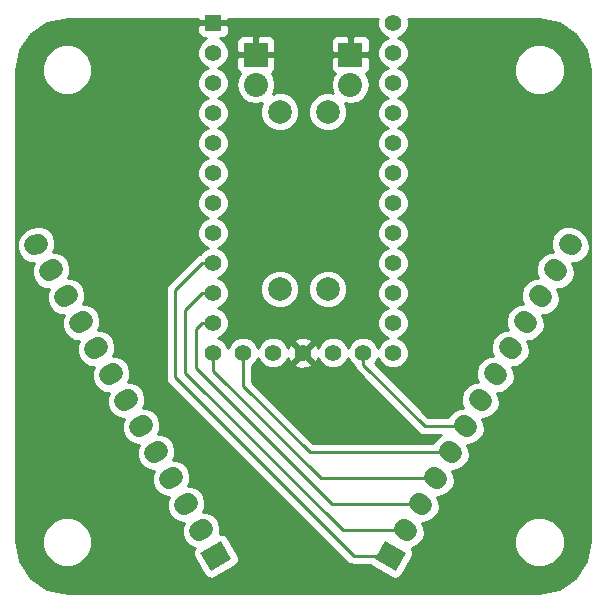
<source format=gbl>
G04 #@! TF.FileFunction,Copper,L2,Bot,Signal*
%FSLAX46Y46*%
G04 Gerber Fmt 4.6, Leading zero omitted, Abs format (unit mm)*
G04 Created by KiCad (PCBNEW 0.201412201901+5330~19~ubuntu14.04.1-product) date Mon 29 Dec 2014 15:13:16 GMT*
%MOMM*%
G01*
G04 APERTURE LIST*
%ADD10C,0.100000*%
%ADD11R,2.032000X2.032000*%
%ADD12O,2.032000X2.032000*%
%ADD13C,1.727200*%
%ADD14C,1.998980*%
%ADD15R,1.397000X1.397000*%
%ADD16C,1.397000*%
%ADD17C,0.254000*%
G04 APERTURE END LIST*
D10*
D11*
X134000000Y-23730000D03*
D12*
X134000000Y-26270000D03*
D10*
G36*
X123931682Y-66438127D02*
X122171918Y-67454127D01*
X121308318Y-65958327D01*
X123068082Y-64942327D01*
X123931682Y-66438127D01*
X123931682Y-66438127D01*
G37*
D13*
X121218018Y-64074723D02*
X121481982Y-63922323D01*
X119948018Y-61875018D02*
X120211982Y-61722618D01*
X118678018Y-59675314D02*
X118941982Y-59522914D01*
X117408018Y-57475609D02*
X117671982Y-57323209D01*
X116138018Y-55275905D02*
X116401982Y-55123505D01*
X114868018Y-53076200D02*
X115131982Y-52923800D01*
X113598018Y-50876495D02*
X113861982Y-50724095D01*
X112328018Y-48676791D02*
X112591982Y-48524391D01*
X111058018Y-46477086D02*
X111321982Y-46324686D01*
X109788018Y-44277382D02*
X110051982Y-44124982D01*
X108518018Y-42077677D02*
X108781982Y-41925277D01*
X107248018Y-39877973D02*
X107511982Y-39725573D01*
D10*
G36*
X137828082Y-67454127D02*
X136068318Y-66438127D01*
X136931918Y-64942327D01*
X138691682Y-65958327D01*
X137828082Y-67454127D01*
X137828082Y-67454127D01*
G37*
D13*
X138518018Y-63922323D02*
X138781982Y-64074723D01*
X139788018Y-61722618D02*
X140051982Y-61875018D01*
X141058018Y-59522914D02*
X141321982Y-59675314D01*
X142328018Y-57323209D02*
X142591982Y-57475609D01*
X143598018Y-55123505D02*
X143861982Y-55275905D01*
X144868018Y-52923800D02*
X145131982Y-53076200D01*
X146138018Y-50724095D02*
X146401982Y-50876495D01*
X147408018Y-48524391D02*
X147671982Y-48676791D01*
X148678018Y-46324686D02*
X148941982Y-46477086D01*
X149948018Y-44124982D02*
X150211982Y-44277382D01*
X151218018Y-41925277D02*
X151481982Y-42077677D01*
X152488018Y-39725573D02*
X152751982Y-39877973D01*
D11*
X126000000Y-23730000D03*
D12*
X126000000Y-26270000D03*
D14*
X132080000Y-28568000D03*
X132080000Y-43568000D03*
X128016000Y-28568000D03*
X128016000Y-43568000D03*
D15*
X122380000Y-21030000D03*
D16*
X122380000Y-23570000D03*
X122380000Y-26110000D03*
X122380000Y-28650000D03*
X122380000Y-31190000D03*
X122380000Y-33730000D03*
X122380000Y-36270000D03*
X122380000Y-38810000D03*
X122380000Y-41350000D03*
X122380000Y-43890000D03*
X122380000Y-46430000D03*
X122380000Y-48970000D03*
X137620000Y-48970000D03*
X137620000Y-46430000D03*
X137620000Y-43890000D03*
X137620000Y-41350000D03*
X137620000Y-38810000D03*
X137620000Y-36270000D03*
X137620000Y-33730000D03*
X137620000Y-31190000D03*
X137620000Y-28650000D03*
X137620000Y-26110000D03*
X137620000Y-23570000D03*
X137620000Y-21030000D03*
X135080000Y-48970000D03*
X132540000Y-48970000D03*
X130000000Y-48970000D03*
X127460000Y-48970000D03*
X124920000Y-48970000D03*
D17*
X121464000Y-41350000D02*
X119126000Y-43688000D01*
X119126000Y-43688000D02*
X119126000Y-51054000D01*
X119126000Y-51054000D02*
X134270227Y-66198227D01*
X134270227Y-66198227D02*
X137380000Y-66198227D01*
X122380000Y-41350000D02*
X121464000Y-41350000D01*
X120015000Y-45339000D02*
X120015000Y-50673000D01*
X120015000Y-50673000D02*
X133340523Y-63998523D01*
X133340523Y-63998523D02*
X138650000Y-63998523D01*
X121464000Y-43890000D02*
X120015000Y-45339000D01*
X122380000Y-43890000D02*
X121464000Y-43890000D01*
X121464000Y-46430000D02*
X120904000Y-46990000D01*
X120904000Y-46990000D02*
X120904000Y-50292000D01*
X120904000Y-50292000D02*
X132410818Y-61798818D01*
X132410818Y-61798818D02*
X139920000Y-61798818D01*
X122380000Y-46430000D02*
X121464000Y-46430000D01*
X122380000Y-50498000D02*
X131481114Y-59599114D01*
X131481114Y-59599114D02*
X141190000Y-59599114D01*
X122380000Y-48970000D02*
X122380000Y-50498000D01*
X124920000Y-51768000D02*
X130551409Y-57399409D01*
X130551409Y-57399409D02*
X142460000Y-57399409D01*
X124920000Y-48970000D02*
X124920000Y-51768000D01*
X135080000Y-49990000D02*
X140289705Y-55199705D01*
X140289705Y-55199705D02*
X143730000Y-55199705D01*
X135080000Y-48970000D02*
X135080000Y-49990000D01*
G36*
X154315000Y-64932532D02*
X153974141Y-66646144D01*
X153041675Y-68041677D01*
X152135240Y-68647337D01*
X152135240Y-64577211D01*
X151810910Y-63792273D01*
X151210886Y-63191200D01*
X150426515Y-62865501D01*
X149577211Y-62864760D01*
X148792273Y-63189090D01*
X148191200Y-63789114D01*
X147865501Y-64573485D01*
X147864760Y-65422789D01*
X148189090Y-66207727D01*
X148789114Y-66808800D01*
X149573485Y-67134499D01*
X150422789Y-67135240D01*
X151207727Y-66810910D01*
X151808800Y-66210886D01*
X152134499Y-65426515D01*
X152135240Y-64577211D01*
X152135240Y-68647337D01*
X151646142Y-68974142D01*
X149932532Y-69315000D01*
X124573845Y-69315000D01*
X124573845Y-66355634D01*
X124492382Y-66114407D01*
X123628782Y-64618607D01*
X123467036Y-64432411D01*
X123239573Y-64318012D01*
X122985589Y-64300164D01*
X122948287Y-64312760D01*
X122957529Y-64294021D01*
X122995774Y-63710548D01*
X122807822Y-63156854D01*
X122422288Y-62717234D01*
X121897864Y-62458616D01*
X121520086Y-62433853D01*
X121687529Y-62094316D01*
X121725774Y-61510843D01*
X121537822Y-60957149D01*
X121152288Y-60517529D01*
X120627864Y-60258911D01*
X120250087Y-60234148D01*
X120417529Y-59894612D01*
X120455774Y-59311139D01*
X120267822Y-58757445D01*
X119882288Y-58317825D01*
X119357864Y-58059207D01*
X118980086Y-58034444D01*
X119147529Y-57694907D01*
X119185774Y-57111434D01*
X118997822Y-56557740D01*
X118612288Y-56118120D01*
X118087864Y-55859502D01*
X117710087Y-55834739D01*
X117877529Y-55495203D01*
X117915774Y-54911730D01*
X117727822Y-54358036D01*
X117342288Y-53918416D01*
X116817864Y-53659798D01*
X116440086Y-53635035D01*
X116607529Y-53295498D01*
X116645774Y-52712025D01*
X116457822Y-52158331D01*
X116072288Y-51718711D01*
X115547864Y-51460093D01*
X115170086Y-51435330D01*
X115337529Y-51095793D01*
X115375774Y-50512320D01*
X115187822Y-49958626D01*
X114802288Y-49519006D01*
X114277864Y-49260388D01*
X113900087Y-49235625D01*
X114067529Y-48896089D01*
X114105774Y-48312616D01*
X113917822Y-47758922D01*
X113532288Y-47319302D01*
X113007864Y-47060684D01*
X112630086Y-47035921D01*
X112797529Y-46696384D01*
X112835774Y-46112911D01*
X112647822Y-45559217D01*
X112262288Y-45119597D01*
X112135240Y-45056943D01*
X112135240Y-24577211D01*
X111810910Y-23792273D01*
X111210886Y-23191200D01*
X110426515Y-22865501D01*
X109577211Y-22864760D01*
X108792273Y-23189090D01*
X108191200Y-23789114D01*
X107865501Y-24573485D01*
X107864760Y-25422789D01*
X108189090Y-26207727D01*
X108789114Y-26808800D01*
X109573485Y-27134499D01*
X110422789Y-27135240D01*
X111207727Y-26810910D01*
X111808800Y-26210886D01*
X112134499Y-25426515D01*
X112135240Y-24577211D01*
X112135240Y-45056943D01*
X111737864Y-44860979D01*
X111360087Y-44836216D01*
X111527529Y-44496680D01*
X111565774Y-43913207D01*
X111377822Y-43359513D01*
X110992288Y-42919893D01*
X110467864Y-42661275D01*
X110090086Y-42636512D01*
X110257529Y-42296975D01*
X110295774Y-41713502D01*
X110107822Y-41159808D01*
X109722288Y-40720188D01*
X109197864Y-40461570D01*
X108820087Y-40436807D01*
X108987529Y-40097271D01*
X109025774Y-39513798D01*
X108837822Y-38960104D01*
X108452288Y-38520484D01*
X107927864Y-38261866D01*
X107344391Y-38223621D01*
X106790698Y-38411573D01*
X106470710Y-38596317D01*
X106031089Y-38981852D01*
X105772471Y-39506275D01*
X105734226Y-40089748D01*
X105922178Y-40643441D01*
X106307713Y-41083062D01*
X106832136Y-41341680D01*
X107209912Y-41366442D01*
X107042471Y-41705979D01*
X107004226Y-42289452D01*
X107192178Y-42843145D01*
X107577713Y-43282766D01*
X108102136Y-43541384D01*
X108479913Y-43566146D01*
X108312471Y-43905684D01*
X108274226Y-44489157D01*
X108462178Y-45042850D01*
X108847713Y-45482471D01*
X109372136Y-45741089D01*
X109749912Y-45765851D01*
X109582471Y-46105388D01*
X109544226Y-46688861D01*
X109732178Y-47242554D01*
X110117713Y-47682175D01*
X110642136Y-47940793D01*
X111019913Y-47965555D01*
X110852471Y-48305093D01*
X110814226Y-48888566D01*
X111002178Y-49442259D01*
X111387713Y-49881880D01*
X111912136Y-50140498D01*
X112289912Y-50165260D01*
X112122471Y-50504797D01*
X112084226Y-51088270D01*
X112272178Y-51641963D01*
X112657713Y-52081584D01*
X113182136Y-52340202D01*
X113559913Y-52364964D01*
X113392471Y-52704502D01*
X113354226Y-53287975D01*
X113542178Y-53841668D01*
X113927713Y-54281289D01*
X114452136Y-54539907D01*
X114829913Y-54564669D01*
X114662471Y-54904207D01*
X114624226Y-55487680D01*
X114812178Y-56041373D01*
X115197713Y-56480994D01*
X115722136Y-56739612D01*
X116099912Y-56764374D01*
X115932471Y-57103911D01*
X115894226Y-57687384D01*
X116082178Y-58241077D01*
X116467713Y-58680698D01*
X116992136Y-58939316D01*
X117369913Y-58964078D01*
X117202471Y-59303616D01*
X117164226Y-59887089D01*
X117352178Y-60440782D01*
X117737713Y-60880403D01*
X118262136Y-61139021D01*
X118639912Y-61163783D01*
X118472471Y-61503320D01*
X118434226Y-62086793D01*
X118622178Y-62640486D01*
X119007713Y-63080107D01*
X119532136Y-63338725D01*
X119909913Y-63363487D01*
X119742471Y-63703025D01*
X119704226Y-64286498D01*
X119892178Y-64840191D01*
X120277713Y-65279812D01*
X120802136Y-65538430D01*
X120821081Y-65539671D01*
X120798402Y-65559373D01*
X120684003Y-65786836D01*
X120666155Y-66040820D01*
X120747618Y-66282047D01*
X121611218Y-67777847D01*
X121772964Y-67964043D01*
X122000427Y-68078442D01*
X122254411Y-68096290D01*
X122495638Y-68014827D01*
X124255402Y-66998827D01*
X124441598Y-66837081D01*
X124555997Y-66609618D01*
X124573845Y-66355634D01*
X124573845Y-69315000D01*
X112135240Y-69315000D01*
X112135240Y-64577211D01*
X111810910Y-63792273D01*
X111210886Y-63191200D01*
X110426515Y-62865501D01*
X109577211Y-62864760D01*
X108792273Y-63189090D01*
X108191200Y-63789114D01*
X107865501Y-64573485D01*
X107864760Y-65422789D01*
X108189090Y-66207727D01*
X108789114Y-66808800D01*
X109573485Y-67134499D01*
X110422789Y-67135240D01*
X111207727Y-66810910D01*
X111808800Y-66210886D01*
X112134499Y-65426515D01*
X112135240Y-64577211D01*
X112135240Y-69315000D01*
X110067467Y-69315000D01*
X108353855Y-68974141D01*
X106958322Y-68041675D01*
X106025857Y-66646142D01*
X105685000Y-64932532D01*
X105685000Y-25067467D01*
X106025857Y-23353857D01*
X106958322Y-21958324D01*
X108353855Y-21025858D01*
X110067467Y-20685000D01*
X121046500Y-20685000D01*
X121046500Y-20744250D01*
X121205250Y-20903000D01*
X122253000Y-20903000D01*
X122253000Y-20883000D01*
X122507000Y-20883000D01*
X122507000Y-20903000D01*
X123554750Y-20903000D01*
X123713500Y-20744250D01*
X123713500Y-20685000D01*
X136319364Y-20685000D01*
X136286732Y-20763587D01*
X136286269Y-21294086D01*
X136488854Y-21784380D01*
X136863647Y-22159827D01*
X137201446Y-22300093D01*
X136865620Y-22438854D01*
X136490173Y-22813647D01*
X136286732Y-23303587D01*
X136286269Y-23834086D01*
X136488854Y-24324380D01*
X136863647Y-24699827D01*
X137201446Y-24840093D01*
X136865620Y-24978854D01*
X136490173Y-25353647D01*
X136286732Y-25843587D01*
X136286269Y-26374086D01*
X136488854Y-26864380D01*
X136863647Y-27239827D01*
X137201446Y-27380093D01*
X136865620Y-27518854D01*
X136490173Y-27893647D01*
X136286732Y-28383587D01*
X136286269Y-28914086D01*
X136488854Y-29404380D01*
X136863647Y-29779827D01*
X137201446Y-29920093D01*
X136865620Y-30058854D01*
X136490173Y-30433647D01*
X136286732Y-30923587D01*
X136286269Y-31454086D01*
X136488854Y-31944380D01*
X136863647Y-32319827D01*
X137201446Y-32460093D01*
X136865620Y-32598854D01*
X136490173Y-32973647D01*
X136286732Y-33463587D01*
X136286269Y-33994086D01*
X136488854Y-34484380D01*
X136863647Y-34859827D01*
X137201446Y-35000093D01*
X136865620Y-35138854D01*
X136490173Y-35513647D01*
X136286732Y-36003587D01*
X136286269Y-36534086D01*
X136488854Y-37024380D01*
X136863647Y-37399827D01*
X137201446Y-37540093D01*
X136865620Y-37678854D01*
X136490173Y-38053647D01*
X136286732Y-38543587D01*
X136286269Y-39074086D01*
X136488854Y-39564380D01*
X136863647Y-39939827D01*
X137201446Y-40080093D01*
X136865620Y-40218854D01*
X136490173Y-40593647D01*
X136286732Y-41083587D01*
X136286269Y-41614086D01*
X136488854Y-42104380D01*
X136863647Y-42479827D01*
X137201446Y-42620093D01*
X136865620Y-42758854D01*
X136490173Y-43133647D01*
X136286732Y-43623587D01*
X136286269Y-44154086D01*
X136488854Y-44644380D01*
X136863647Y-45019827D01*
X137201446Y-45160093D01*
X136865620Y-45298854D01*
X136490173Y-45673647D01*
X136286732Y-46163587D01*
X136286269Y-46694086D01*
X136488854Y-47184380D01*
X136863647Y-47559827D01*
X137201446Y-47700093D01*
X136865620Y-47838854D01*
X136490173Y-48213647D01*
X136349906Y-48551446D01*
X136211146Y-48215620D01*
X135836353Y-47840173D01*
X135651000Y-47763207D01*
X135651000Y-26302345D01*
X135651000Y-26237655D01*
X135525325Y-25605845D01*
X135324628Y-25305481D01*
X135375699Y-25284327D01*
X135554327Y-25105698D01*
X135651000Y-24872309D01*
X135651000Y-24015750D01*
X135651000Y-23444250D01*
X135651000Y-22587691D01*
X135554327Y-22354302D01*
X135375699Y-22175673D01*
X135142310Y-22079000D01*
X134889691Y-22079000D01*
X134285750Y-22079000D01*
X134127000Y-22237750D01*
X134127000Y-23603000D01*
X135492250Y-23603000D01*
X135651000Y-23444250D01*
X135651000Y-24015750D01*
X135492250Y-23857000D01*
X134127000Y-23857000D01*
X134127000Y-23877000D01*
X133873000Y-23877000D01*
X133873000Y-23857000D01*
X133873000Y-23603000D01*
X133873000Y-22237750D01*
X133714250Y-22079000D01*
X133110309Y-22079000D01*
X132857690Y-22079000D01*
X132624301Y-22175673D01*
X132445673Y-22354302D01*
X132349000Y-22587691D01*
X132349000Y-23444250D01*
X132507750Y-23603000D01*
X133873000Y-23603000D01*
X133873000Y-23857000D01*
X132507750Y-23857000D01*
X132349000Y-24015750D01*
X132349000Y-24872309D01*
X132445673Y-25105698D01*
X132624301Y-25284327D01*
X132675371Y-25305481D01*
X132474675Y-25605845D01*
X132349000Y-26237655D01*
X132349000Y-26302345D01*
X132474675Y-26934155D01*
X132500501Y-26972807D01*
X132406547Y-26933794D01*
X131756306Y-26933226D01*
X131155345Y-27181538D01*
X130695154Y-27640927D01*
X130445794Y-28241453D01*
X130445226Y-28891694D01*
X130693538Y-29492655D01*
X131152927Y-29952846D01*
X131753453Y-30202206D01*
X132403694Y-30202774D01*
X133004655Y-29954462D01*
X133464846Y-29495073D01*
X133714206Y-28894547D01*
X133714774Y-28244306D01*
X133558243Y-27865474D01*
X134000000Y-27953345D01*
X134631810Y-27827670D01*
X135167433Y-27469778D01*
X135525325Y-26934155D01*
X135651000Y-26302345D01*
X135651000Y-47763207D01*
X135346413Y-47636732D01*
X134815914Y-47636269D01*
X134325620Y-47838854D01*
X133950173Y-48213647D01*
X133809906Y-48551446D01*
X133714774Y-48321208D01*
X133714774Y-43244306D01*
X133466462Y-42643345D01*
X133007073Y-42183154D01*
X132406547Y-41933794D01*
X131756306Y-41933226D01*
X131155345Y-42181538D01*
X130695154Y-42640927D01*
X130445794Y-43241453D01*
X130445226Y-43891694D01*
X130693538Y-44492655D01*
X131152927Y-44952846D01*
X131753453Y-45202206D01*
X132403694Y-45202774D01*
X133004655Y-44954462D01*
X133464846Y-44495073D01*
X133714206Y-43894547D01*
X133714774Y-43244306D01*
X133714774Y-48321208D01*
X133671146Y-48215620D01*
X133296353Y-47840173D01*
X132806413Y-47636732D01*
X132275914Y-47636269D01*
X131785620Y-47838854D01*
X131410173Y-48213647D01*
X131276686Y-48535118D01*
X131169800Y-48277071D01*
X130934188Y-48215417D01*
X130754583Y-48395022D01*
X130754583Y-48035812D01*
X130692929Y-47800200D01*
X130192520Y-47624073D01*
X129662801Y-47652852D01*
X129650774Y-47657833D01*
X129650774Y-43244306D01*
X129650774Y-28244306D01*
X129402462Y-27643345D01*
X128943073Y-27183154D01*
X128342547Y-26933794D01*
X127692306Y-26933226D01*
X127462499Y-27028180D01*
X127525325Y-26934155D01*
X127651000Y-26302345D01*
X127651000Y-26237655D01*
X127525325Y-25605845D01*
X127324628Y-25305481D01*
X127375699Y-25284327D01*
X127554327Y-25105698D01*
X127651000Y-24872309D01*
X127651000Y-24015750D01*
X127651000Y-23444250D01*
X127651000Y-22587691D01*
X127554327Y-22354302D01*
X127375699Y-22175673D01*
X127142310Y-22079000D01*
X126889691Y-22079000D01*
X126285750Y-22079000D01*
X126127000Y-22237750D01*
X126127000Y-23603000D01*
X127492250Y-23603000D01*
X127651000Y-23444250D01*
X127651000Y-24015750D01*
X127492250Y-23857000D01*
X126127000Y-23857000D01*
X126127000Y-23877000D01*
X125873000Y-23877000D01*
X125873000Y-23857000D01*
X125873000Y-23603000D01*
X125873000Y-22237750D01*
X125714250Y-22079000D01*
X125110309Y-22079000D01*
X124857690Y-22079000D01*
X124624301Y-22175673D01*
X124445673Y-22354302D01*
X124349000Y-22587691D01*
X124349000Y-23444250D01*
X124507750Y-23603000D01*
X125873000Y-23603000D01*
X125873000Y-23857000D01*
X124507750Y-23857000D01*
X124349000Y-24015750D01*
X124349000Y-24872309D01*
X124445673Y-25105698D01*
X124624301Y-25284327D01*
X124675371Y-25305481D01*
X124474675Y-25605845D01*
X124349000Y-26237655D01*
X124349000Y-26302345D01*
X124474675Y-26934155D01*
X124832567Y-27469778D01*
X125368190Y-27827670D01*
X126000000Y-27953345D01*
X126546571Y-27844625D01*
X126381794Y-28241453D01*
X126381226Y-28891694D01*
X126629538Y-29492655D01*
X127088927Y-29952846D01*
X127689453Y-30202206D01*
X128339694Y-30202774D01*
X128940655Y-29954462D01*
X129400846Y-29495073D01*
X129650206Y-28894547D01*
X129650774Y-28244306D01*
X129650774Y-43244306D01*
X129402462Y-42643345D01*
X128943073Y-42183154D01*
X128342547Y-41933794D01*
X127692306Y-41933226D01*
X127091345Y-42181538D01*
X126631154Y-42640927D01*
X126381794Y-43241453D01*
X126381226Y-43891694D01*
X126629538Y-44492655D01*
X127088927Y-44952846D01*
X127689453Y-45202206D01*
X128339694Y-45202774D01*
X128940655Y-44954462D01*
X129400846Y-44495073D01*
X129650206Y-43894547D01*
X129650774Y-43244306D01*
X129650774Y-47657833D01*
X129307071Y-47800200D01*
X129245417Y-48035812D01*
X130000000Y-48790395D01*
X130754583Y-48035812D01*
X130754583Y-48395022D01*
X130179605Y-48970000D01*
X130934188Y-49724583D01*
X131169800Y-49662929D01*
X131268083Y-49383688D01*
X131408854Y-49724380D01*
X131783647Y-50099827D01*
X132273587Y-50303268D01*
X132804086Y-50303731D01*
X133294380Y-50101146D01*
X133669827Y-49726353D01*
X133810093Y-49388553D01*
X133948854Y-49724380D01*
X134323647Y-50099827D01*
X134341304Y-50107159D01*
X134376004Y-50281605D01*
X134541185Y-50528815D01*
X139750889Y-55738520D01*
X139750890Y-55738520D01*
X139998100Y-55903701D01*
X140289705Y-55961705D01*
X141704888Y-55961705D01*
X141387718Y-56118115D01*
X141002182Y-56557733D01*
X140975135Y-56637409D01*
X130867039Y-56637409D01*
X130754583Y-56524953D01*
X130754583Y-49904188D01*
X130000000Y-49149605D01*
X129245417Y-49904188D01*
X129307071Y-50139800D01*
X129807480Y-50315927D01*
X130337199Y-50287148D01*
X130692929Y-50139800D01*
X130754583Y-49904188D01*
X130754583Y-56524953D01*
X125682000Y-51452370D01*
X125682000Y-50093539D01*
X126049827Y-49726353D01*
X126190093Y-49388553D01*
X126328854Y-49724380D01*
X126703647Y-50099827D01*
X127193587Y-50303268D01*
X127724086Y-50303731D01*
X128214380Y-50101146D01*
X128589827Y-49726353D01*
X128723313Y-49404881D01*
X128830200Y-49662929D01*
X129065812Y-49724583D01*
X129820395Y-48970000D01*
X129065812Y-48215417D01*
X128830200Y-48277071D01*
X128731916Y-48556311D01*
X128591146Y-48215620D01*
X128216353Y-47840173D01*
X127726413Y-47636732D01*
X127195914Y-47636269D01*
X126705620Y-47838854D01*
X126330173Y-48213647D01*
X126189906Y-48551446D01*
X126051146Y-48215620D01*
X125676353Y-47840173D01*
X125186413Y-47636732D01*
X124655914Y-47636269D01*
X124165620Y-47838854D01*
X123790173Y-48213647D01*
X123649906Y-48551446D01*
X123511146Y-48215620D01*
X123136353Y-47840173D01*
X122798553Y-47699906D01*
X123134380Y-47561146D01*
X123509827Y-47186353D01*
X123713268Y-46696413D01*
X123713731Y-46165914D01*
X123511146Y-45675620D01*
X123136353Y-45300173D01*
X122798553Y-45159906D01*
X123134380Y-45021146D01*
X123509827Y-44646353D01*
X123713268Y-44156413D01*
X123713731Y-43625914D01*
X123511146Y-43135620D01*
X123136353Y-42760173D01*
X122798553Y-42619906D01*
X123134380Y-42481146D01*
X123509827Y-42106353D01*
X123713268Y-41616413D01*
X123713731Y-41085914D01*
X123511146Y-40595620D01*
X123136353Y-40220173D01*
X122798553Y-40079906D01*
X123134380Y-39941146D01*
X123509827Y-39566353D01*
X123713268Y-39076413D01*
X123713731Y-38545914D01*
X123511146Y-38055620D01*
X123136353Y-37680173D01*
X122798553Y-37539906D01*
X123134380Y-37401146D01*
X123509827Y-37026353D01*
X123713268Y-36536413D01*
X123713731Y-36005914D01*
X123511146Y-35515620D01*
X123136353Y-35140173D01*
X122798553Y-34999906D01*
X123134380Y-34861146D01*
X123509827Y-34486353D01*
X123713268Y-33996413D01*
X123713731Y-33465914D01*
X123511146Y-32975620D01*
X123136353Y-32600173D01*
X122798553Y-32459906D01*
X123134380Y-32321146D01*
X123509827Y-31946353D01*
X123713268Y-31456413D01*
X123713731Y-30925914D01*
X123511146Y-30435620D01*
X123136353Y-30060173D01*
X122798553Y-29919906D01*
X123134380Y-29781146D01*
X123509827Y-29406353D01*
X123713268Y-28916413D01*
X123713731Y-28385914D01*
X123511146Y-27895620D01*
X123136353Y-27520173D01*
X122798553Y-27379906D01*
X123134380Y-27241146D01*
X123509827Y-26866353D01*
X123713268Y-26376413D01*
X123713731Y-25845914D01*
X123511146Y-25355620D01*
X123136353Y-24980173D01*
X122798553Y-24839906D01*
X123134380Y-24701146D01*
X123509827Y-24326353D01*
X123713268Y-23836413D01*
X123713731Y-23305914D01*
X123511146Y-22815620D01*
X123136353Y-22440173D01*
X122951704Y-22363500D01*
X123204809Y-22363500D01*
X123438198Y-22266827D01*
X123616827Y-22088199D01*
X123713500Y-21854810D01*
X123713500Y-21602191D01*
X123713500Y-21315750D01*
X123554750Y-21157000D01*
X122507000Y-21157000D01*
X122507000Y-21177000D01*
X122253000Y-21177000D01*
X122253000Y-21157000D01*
X121205250Y-21157000D01*
X121046500Y-21315750D01*
X121046500Y-21602191D01*
X121046500Y-21854810D01*
X121143173Y-22088199D01*
X121321802Y-22266827D01*
X121555191Y-22363500D01*
X121807990Y-22363500D01*
X121625620Y-22438854D01*
X121250173Y-22813647D01*
X121046732Y-23303587D01*
X121046269Y-23834086D01*
X121248854Y-24324380D01*
X121623647Y-24699827D01*
X121961446Y-24840093D01*
X121625620Y-24978854D01*
X121250173Y-25353647D01*
X121046732Y-25843587D01*
X121046269Y-26374086D01*
X121248854Y-26864380D01*
X121623647Y-27239827D01*
X121961446Y-27380093D01*
X121625620Y-27518854D01*
X121250173Y-27893647D01*
X121046732Y-28383587D01*
X121046269Y-28914086D01*
X121248854Y-29404380D01*
X121623647Y-29779827D01*
X121961446Y-29920093D01*
X121625620Y-30058854D01*
X121250173Y-30433647D01*
X121046732Y-30923587D01*
X121046269Y-31454086D01*
X121248854Y-31944380D01*
X121623647Y-32319827D01*
X121961446Y-32460093D01*
X121625620Y-32598854D01*
X121250173Y-32973647D01*
X121046732Y-33463587D01*
X121046269Y-33994086D01*
X121248854Y-34484380D01*
X121623647Y-34859827D01*
X121961446Y-35000093D01*
X121625620Y-35138854D01*
X121250173Y-35513647D01*
X121046732Y-36003587D01*
X121046269Y-36534086D01*
X121248854Y-37024380D01*
X121623647Y-37399827D01*
X121961446Y-37540093D01*
X121625620Y-37678854D01*
X121250173Y-38053647D01*
X121046732Y-38543587D01*
X121046269Y-39074086D01*
X121248854Y-39564380D01*
X121623647Y-39939827D01*
X121961446Y-40080093D01*
X121625620Y-40218854D01*
X121250173Y-40593647D01*
X121233477Y-40633853D01*
X121233477Y-40633854D01*
X121172395Y-40646004D01*
X120925184Y-40811185D01*
X118587185Y-43149185D01*
X118422004Y-43396395D01*
X118364000Y-43688000D01*
X118364000Y-51054000D01*
X118422004Y-51345605D01*
X118587185Y-51592815D01*
X133731411Y-66737042D01*
X133731412Y-66737042D01*
X133978622Y-66902223D01*
X134270227Y-66960227D01*
X135700722Y-66960227D01*
X135744598Y-66998827D01*
X137504362Y-68014827D01*
X137737536Y-68095205D01*
X137991724Y-68080546D01*
X138220605Y-67969010D01*
X138388782Y-67777847D01*
X139252382Y-66282047D01*
X139332760Y-66048873D01*
X139318101Y-65794685D01*
X139206565Y-65565804D01*
X139177006Y-65539799D01*
X139197858Y-65538433D01*
X139722282Y-65279817D01*
X140107818Y-64840199D01*
X140295773Y-64286506D01*
X140257531Y-63703033D01*
X140090087Y-63363487D01*
X140467858Y-63338728D01*
X140992282Y-63080112D01*
X141377818Y-62640494D01*
X141565773Y-62086801D01*
X141527531Y-61503328D01*
X141360087Y-61163783D01*
X141737858Y-61139024D01*
X142262282Y-60880408D01*
X142647818Y-60440790D01*
X142835773Y-59887097D01*
X142797531Y-59303624D01*
X142630087Y-58964078D01*
X143007858Y-58939319D01*
X143532282Y-58680703D01*
X143917818Y-58241085D01*
X144105773Y-57687392D01*
X144067531Y-57103919D01*
X143900087Y-56764374D01*
X144277858Y-56739615D01*
X144802282Y-56480999D01*
X145187818Y-56041381D01*
X145375773Y-55487688D01*
X145337531Y-54904215D01*
X145170087Y-54564669D01*
X145547858Y-54539910D01*
X146072282Y-54281294D01*
X146457818Y-53841676D01*
X146645773Y-53287983D01*
X146607531Y-52704510D01*
X146440087Y-52364964D01*
X146817858Y-52340205D01*
X147342282Y-52081589D01*
X147727818Y-51641971D01*
X147915773Y-51088278D01*
X147877531Y-50504805D01*
X147710087Y-50165260D01*
X148087858Y-50140501D01*
X148612282Y-49881885D01*
X148997818Y-49442267D01*
X149185773Y-48888574D01*
X149147531Y-48305101D01*
X148980087Y-47965555D01*
X149357858Y-47940796D01*
X149882282Y-47682180D01*
X150267818Y-47242562D01*
X150455773Y-46688869D01*
X150417531Y-46105396D01*
X150250087Y-45765851D01*
X150627858Y-45741092D01*
X151152282Y-45482476D01*
X151537818Y-45042858D01*
X151725773Y-44489165D01*
X151687531Y-43905692D01*
X151520087Y-43566146D01*
X151897858Y-43541387D01*
X152422282Y-43282771D01*
X152807818Y-42843153D01*
X152995773Y-42289460D01*
X152957531Y-41705987D01*
X152790087Y-41366442D01*
X153167858Y-41341683D01*
X153692282Y-41083067D01*
X154077818Y-40643449D01*
X154265773Y-40089756D01*
X154227531Y-39506283D01*
X153968915Y-38981858D01*
X153529297Y-38596322D01*
X153209309Y-38411576D01*
X152655616Y-38223621D01*
X152135240Y-38257727D01*
X152135240Y-24577211D01*
X151810910Y-23792273D01*
X151210886Y-23191200D01*
X150426515Y-22865501D01*
X149577211Y-22864760D01*
X148792273Y-23189090D01*
X148191200Y-23789114D01*
X147865501Y-24573485D01*
X147864760Y-25422789D01*
X148189090Y-26207727D01*
X148789114Y-26808800D01*
X149573485Y-27134499D01*
X150422789Y-27135240D01*
X151207727Y-26810910D01*
X151808800Y-26210886D01*
X152134499Y-25426515D01*
X152135240Y-24577211D01*
X152135240Y-38257727D01*
X152072143Y-38261863D01*
X151547718Y-38520479D01*
X151162182Y-38960097D01*
X150974227Y-39513790D01*
X151012469Y-40097263D01*
X151179912Y-40436807D01*
X150802143Y-40461567D01*
X150277718Y-40720183D01*
X149892182Y-41159801D01*
X149704227Y-41713494D01*
X149742469Y-42296967D01*
X149909912Y-42636512D01*
X149532143Y-42661272D01*
X149007718Y-42919888D01*
X148622182Y-43359506D01*
X148434227Y-43913199D01*
X148472469Y-44496672D01*
X148639912Y-44836216D01*
X148262143Y-44860976D01*
X147737718Y-45119592D01*
X147352182Y-45559210D01*
X147164227Y-46112903D01*
X147202469Y-46696376D01*
X147369912Y-47035921D01*
X146992143Y-47060681D01*
X146467718Y-47319297D01*
X146082182Y-47758915D01*
X145894227Y-48312608D01*
X145932469Y-48896081D01*
X146099912Y-49235625D01*
X145722143Y-49260385D01*
X145197718Y-49519001D01*
X144812182Y-49958619D01*
X144624227Y-50512312D01*
X144662469Y-51095785D01*
X144829912Y-51435330D01*
X144452143Y-51460090D01*
X143927718Y-51718706D01*
X143542182Y-52158324D01*
X143354227Y-52712017D01*
X143392469Y-53295490D01*
X143559912Y-53635035D01*
X143182143Y-53659795D01*
X142657718Y-53918411D01*
X142272182Y-54358029D01*
X142245135Y-54437705D01*
X140605335Y-54437705D01*
X136051767Y-49884137D01*
X136209827Y-49726353D01*
X136350093Y-49388553D01*
X136488854Y-49724380D01*
X136863647Y-50099827D01*
X137353587Y-50303268D01*
X137884086Y-50303731D01*
X138374380Y-50101146D01*
X138749827Y-49726353D01*
X138953268Y-49236413D01*
X138953731Y-48705914D01*
X138751146Y-48215620D01*
X138376353Y-47840173D01*
X138038553Y-47699906D01*
X138374380Y-47561146D01*
X138749827Y-47186353D01*
X138953268Y-46696413D01*
X138953731Y-46165914D01*
X138751146Y-45675620D01*
X138376353Y-45300173D01*
X138038553Y-45159906D01*
X138374380Y-45021146D01*
X138749827Y-44646353D01*
X138953268Y-44156413D01*
X138953731Y-43625914D01*
X138751146Y-43135620D01*
X138376353Y-42760173D01*
X138038553Y-42619906D01*
X138374380Y-42481146D01*
X138749827Y-42106353D01*
X138953268Y-41616413D01*
X138953731Y-41085914D01*
X138751146Y-40595620D01*
X138376353Y-40220173D01*
X138038553Y-40079906D01*
X138374380Y-39941146D01*
X138749827Y-39566353D01*
X138953268Y-39076413D01*
X138953731Y-38545914D01*
X138751146Y-38055620D01*
X138376353Y-37680173D01*
X138038553Y-37539906D01*
X138374380Y-37401146D01*
X138749827Y-37026353D01*
X138953268Y-36536413D01*
X138953731Y-36005914D01*
X138751146Y-35515620D01*
X138376353Y-35140173D01*
X138038553Y-34999906D01*
X138374380Y-34861146D01*
X138749827Y-34486353D01*
X138953268Y-33996413D01*
X138953731Y-33465914D01*
X138751146Y-32975620D01*
X138376353Y-32600173D01*
X138038553Y-32459906D01*
X138374380Y-32321146D01*
X138749827Y-31946353D01*
X138953268Y-31456413D01*
X138953731Y-30925914D01*
X138751146Y-30435620D01*
X138376353Y-30060173D01*
X138038553Y-29919906D01*
X138374380Y-29781146D01*
X138749827Y-29406353D01*
X138953268Y-28916413D01*
X138953731Y-28385914D01*
X138751146Y-27895620D01*
X138376353Y-27520173D01*
X138038553Y-27379906D01*
X138374380Y-27241146D01*
X138749827Y-26866353D01*
X138953268Y-26376413D01*
X138953731Y-25845914D01*
X138751146Y-25355620D01*
X138376353Y-24980173D01*
X138038553Y-24839906D01*
X138374380Y-24701146D01*
X138749827Y-24326353D01*
X138953268Y-23836413D01*
X138953731Y-23305914D01*
X138751146Y-22815620D01*
X138376353Y-22440173D01*
X138038553Y-22299906D01*
X138374380Y-22161146D01*
X138749827Y-21786353D01*
X138953268Y-21296413D01*
X138953731Y-20765914D01*
X138920298Y-20685000D01*
X149932532Y-20685000D01*
X151646142Y-21025857D01*
X153041675Y-21958322D01*
X153974141Y-23353855D01*
X154315000Y-25067467D01*
X154315000Y-64932532D01*
X154315000Y-64932532D01*
G37*
X154315000Y-64932532D02*
X153974141Y-66646144D01*
X153041675Y-68041677D01*
X152135240Y-68647337D01*
X152135240Y-64577211D01*
X151810910Y-63792273D01*
X151210886Y-63191200D01*
X150426515Y-62865501D01*
X149577211Y-62864760D01*
X148792273Y-63189090D01*
X148191200Y-63789114D01*
X147865501Y-64573485D01*
X147864760Y-65422789D01*
X148189090Y-66207727D01*
X148789114Y-66808800D01*
X149573485Y-67134499D01*
X150422789Y-67135240D01*
X151207727Y-66810910D01*
X151808800Y-66210886D01*
X152134499Y-65426515D01*
X152135240Y-64577211D01*
X152135240Y-68647337D01*
X151646142Y-68974142D01*
X149932532Y-69315000D01*
X124573845Y-69315000D01*
X124573845Y-66355634D01*
X124492382Y-66114407D01*
X123628782Y-64618607D01*
X123467036Y-64432411D01*
X123239573Y-64318012D01*
X122985589Y-64300164D01*
X122948287Y-64312760D01*
X122957529Y-64294021D01*
X122995774Y-63710548D01*
X122807822Y-63156854D01*
X122422288Y-62717234D01*
X121897864Y-62458616D01*
X121520086Y-62433853D01*
X121687529Y-62094316D01*
X121725774Y-61510843D01*
X121537822Y-60957149D01*
X121152288Y-60517529D01*
X120627864Y-60258911D01*
X120250087Y-60234148D01*
X120417529Y-59894612D01*
X120455774Y-59311139D01*
X120267822Y-58757445D01*
X119882288Y-58317825D01*
X119357864Y-58059207D01*
X118980086Y-58034444D01*
X119147529Y-57694907D01*
X119185774Y-57111434D01*
X118997822Y-56557740D01*
X118612288Y-56118120D01*
X118087864Y-55859502D01*
X117710087Y-55834739D01*
X117877529Y-55495203D01*
X117915774Y-54911730D01*
X117727822Y-54358036D01*
X117342288Y-53918416D01*
X116817864Y-53659798D01*
X116440086Y-53635035D01*
X116607529Y-53295498D01*
X116645774Y-52712025D01*
X116457822Y-52158331D01*
X116072288Y-51718711D01*
X115547864Y-51460093D01*
X115170086Y-51435330D01*
X115337529Y-51095793D01*
X115375774Y-50512320D01*
X115187822Y-49958626D01*
X114802288Y-49519006D01*
X114277864Y-49260388D01*
X113900087Y-49235625D01*
X114067529Y-48896089D01*
X114105774Y-48312616D01*
X113917822Y-47758922D01*
X113532288Y-47319302D01*
X113007864Y-47060684D01*
X112630086Y-47035921D01*
X112797529Y-46696384D01*
X112835774Y-46112911D01*
X112647822Y-45559217D01*
X112262288Y-45119597D01*
X112135240Y-45056943D01*
X112135240Y-24577211D01*
X111810910Y-23792273D01*
X111210886Y-23191200D01*
X110426515Y-22865501D01*
X109577211Y-22864760D01*
X108792273Y-23189090D01*
X108191200Y-23789114D01*
X107865501Y-24573485D01*
X107864760Y-25422789D01*
X108189090Y-26207727D01*
X108789114Y-26808800D01*
X109573485Y-27134499D01*
X110422789Y-27135240D01*
X111207727Y-26810910D01*
X111808800Y-26210886D01*
X112134499Y-25426515D01*
X112135240Y-24577211D01*
X112135240Y-45056943D01*
X111737864Y-44860979D01*
X111360087Y-44836216D01*
X111527529Y-44496680D01*
X111565774Y-43913207D01*
X111377822Y-43359513D01*
X110992288Y-42919893D01*
X110467864Y-42661275D01*
X110090086Y-42636512D01*
X110257529Y-42296975D01*
X110295774Y-41713502D01*
X110107822Y-41159808D01*
X109722288Y-40720188D01*
X109197864Y-40461570D01*
X108820087Y-40436807D01*
X108987529Y-40097271D01*
X109025774Y-39513798D01*
X108837822Y-38960104D01*
X108452288Y-38520484D01*
X107927864Y-38261866D01*
X107344391Y-38223621D01*
X106790698Y-38411573D01*
X106470710Y-38596317D01*
X106031089Y-38981852D01*
X105772471Y-39506275D01*
X105734226Y-40089748D01*
X105922178Y-40643441D01*
X106307713Y-41083062D01*
X106832136Y-41341680D01*
X107209912Y-41366442D01*
X107042471Y-41705979D01*
X107004226Y-42289452D01*
X107192178Y-42843145D01*
X107577713Y-43282766D01*
X108102136Y-43541384D01*
X108479913Y-43566146D01*
X108312471Y-43905684D01*
X108274226Y-44489157D01*
X108462178Y-45042850D01*
X108847713Y-45482471D01*
X109372136Y-45741089D01*
X109749912Y-45765851D01*
X109582471Y-46105388D01*
X109544226Y-46688861D01*
X109732178Y-47242554D01*
X110117713Y-47682175D01*
X110642136Y-47940793D01*
X111019913Y-47965555D01*
X110852471Y-48305093D01*
X110814226Y-48888566D01*
X111002178Y-49442259D01*
X111387713Y-49881880D01*
X111912136Y-50140498D01*
X112289912Y-50165260D01*
X112122471Y-50504797D01*
X112084226Y-51088270D01*
X112272178Y-51641963D01*
X112657713Y-52081584D01*
X113182136Y-52340202D01*
X113559913Y-52364964D01*
X113392471Y-52704502D01*
X113354226Y-53287975D01*
X113542178Y-53841668D01*
X113927713Y-54281289D01*
X114452136Y-54539907D01*
X114829913Y-54564669D01*
X114662471Y-54904207D01*
X114624226Y-55487680D01*
X114812178Y-56041373D01*
X115197713Y-56480994D01*
X115722136Y-56739612D01*
X116099912Y-56764374D01*
X115932471Y-57103911D01*
X115894226Y-57687384D01*
X116082178Y-58241077D01*
X116467713Y-58680698D01*
X116992136Y-58939316D01*
X117369913Y-58964078D01*
X117202471Y-59303616D01*
X117164226Y-59887089D01*
X117352178Y-60440782D01*
X117737713Y-60880403D01*
X118262136Y-61139021D01*
X118639912Y-61163783D01*
X118472471Y-61503320D01*
X118434226Y-62086793D01*
X118622178Y-62640486D01*
X119007713Y-63080107D01*
X119532136Y-63338725D01*
X119909913Y-63363487D01*
X119742471Y-63703025D01*
X119704226Y-64286498D01*
X119892178Y-64840191D01*
X120277713Y-65279812D01*
X120802136Y-65538430D01*
X120821081Y-65539671D01*
X120798402Y-65559373D01*
X120684003Y-65786836D01*
X120666155Y-66040820D01*
X120747618Y-66282047D01*
X121611218Y-67777847D01*
X121772964Y-67964043D01*
X122000427Y-68078442D01*
X122254411Y-68096290D01*
X122495638Y-68014827D01*
X124255402Y-66998827D01*
X124441598Y-66837081D01*
X124555997Y-66609618D01*
X124573845Y-66355634D01*
X124573845Y-69315000D01*
X112135240Y-69315000D01*
X112135240Y-64577211D01*
X111810910Y-63792273D01*
X111210886Y-63191200D01*
X110426515Y-62865501D01*
X109577211Y-62864760D01*
X108792273Y-63189090D01*
X108191200Y-63789114D01*
X107865501Y-64573485D01*
X107864760Y-65422789D01*
X108189090Y-66207727D01*
X108789114Y-66808800D01*
X109573485Y-67134499D01*
X110422789Y-67135240D01*
X111207727Y-66810910D01*
X111808800Y-66210886D01*
X112134499Y-65426515D01*
X112135240Y-64577211D01*
X112135240Y-69315000D01*
X110067467Y-69315000D01*
X108353855Y-68974141D01*
X106958322Y-68041675D01*
X106025857Y-66646142D01*
X105685000Y-64932532D01*
X105685000Y-25067467D01*
X106025857Y-23353857D01*
X106958322Y-21958324D01*
X108353855Y-21025858D01*
X110067467Y-20685000D01*
X121046500Y-20685000D01*
X121046500Y-20744250D01*
X121205250Y-20903000D01*
X122253000Y-20903000D01*
X122253000Y-20883000D01*
X122507000Y-20883000D01*
X122507000Y-20903000D01*
X123554750Y-20903000D01*
X123713500Y-20744250D01*
X123713500Y-20685000D01*
X136319364Y-20685000D01*
X136286732Y-20763587D01*
X136286269Y-21294086D01*
X136488854Y-21784380D01*
X136863647Y-22159827D01*
X137201446Y-22300093D01*
X136865620Y-22438854D01*
X136490173Y-22813647D01*
X136286732Y-23303587D01*
X136286269Y-23834086D01*
X136488854Y-24324380D01*
X136863647Y-24699827D01*
X137201446Y-24840093D01*
X136865620Y-24978854D01*
X136490173Y-25353647D01*
X136286732Y-25843587D01*
X136286269Y-26374086D01*
X136488854Y-26864380D01*
X136863647Y-27239827D01*
X137201446Y-27380093D01*
X136865620Y-27518854D01*
X136490173Y-27893647D01*
X136286732Y-28383587D01*
X136286269Y-28914086D01*
X136488854Y-29404380D01*
X136863647Y-29779827D01*
X137201446Y-29920093D01*
X136865620Y-30058854D01*
X136490173Y-30433647D01*
X136286732Y-30923587D01*
X136286269Y-31454086D01*
X136488854Y-31944380D01*
X136863647Y-32319827D01*
X137201446Y-32460093D01*
X136865620Y-32598854D01*
X136490173Y-32973647D01*
X136286732Y-33463587D01*
X136286269Y-33994086D01*
X136488854Y-34484380D01*
X136863647Y-34859827D01*
X137201446Y-35000093D01*
X136865620Y-35138854D01*
X136490173Y-35513647D01*
X136286732Y-36003587D01*
X136286269Y-36534086D01*
X136488854Y-37024380D01*
X136863647Y-37399827D01*
X137201446Y-37540093D01*
X136865620Y-37678854D01*
X136490173Y-38053647D01*
X136286732Y-38543587D01*
X136286269Y-39074086D01*
X136488854Y-39564380D01*
X136863647Y-39939827D01*
X137201446Y-40080093D01*
X136865620Y-40218854D01*
X136490173Y-40593647D01*
X136286732Y-41083587D01*
X136286269Y-41614086D01*
X136488854Y-42104380D01*
X136863647Y-42479827D01*
X137201446Y-42620093D01*
X136865620Y-42758854D01*
X136490173Y-43133647D01*
X136286732Y-43623587D01*
X136286269Y-44154086D01*
X136488854Y-44644380D01*
X136863647Y-45019827D01*
X137201446Y-45160093D01*
X136865620Y-45298854D01*
X136490173Y-45673647D01*
X136286732Y-46163587D01*
X136286269Y-46694086D01*
X136488854Y-47184380D01*
X136863647Y-47559827D01*
X137201446Y-47700093D01*
X136865620Y-47838854D01*
X136490173Y-48213647D01*
X136349906Y-48551446D01*
X136211146Y-48215620D01*
X135836353Y-47840173D01*
X135651000Y-47763207D01*
X135651000Y-26302345D01*
X135651000Y-26237655D01*
X135525325Y-25605845D01*
X135324628Y-25305481D01*
X135375699Y-25284327D01*
X135554327Y-25105698D01*
X135651000Y-24872309D01*
X135651000Y-24015750D01*
X135651000Y-23444250D01*
X135651000Y-22587691D01*
X135554327Y-22354302D01*
X135375699Y-22175673D01*
X135142310Y-22079000D01*
X134889691Y-22079000D01*
X134285750Y-22079000D01*
X134127000Y-22237750D01*
X134127000Y-23603000D01*
X135492250Y-23603000D01*
X135651000Y-23444250D01*
X135651000Y-24015750D01*
X135492250Y-23857000D01*
X134127000Y-23857000D01*
X134127000Y-23877000D01*
X133873000Y-23877000D01*
X133873000Y-23857000D01*
X133873000Y-23603000D01*
X133873000Y-22237750D01*
X133714250Y-22079000D01*
X133110309Y-22079000D01*
X132857690Y-22079000D01*
X132624301Y-22175673D01*
X132445673Y-22354302D01*
X132349000Y-22587691D01*
X132349000Y-23444250D01*
X132507750Y-23603000D01*
X133873000Y-23603000D01*
X133873000Y-23857000D01*
X132507750Y-23857000D01*
X132349000Y-24015750D01*
X132349000Y-24872309D01*
X132445673Y-25105698D01*
X132624301Y-25284327D01*
X132675371Y-25305481D01*
X132474675Y-25605845D01*
X132349000Y-26237655D01*
X132349000Y-26302345D01*
X132474675Y-26934155D01*
X132500501Y-26972807D01*
X132406547Y-26933794D01*
X131756306Y-26933226D01*
X131155345Y-27181538D01*
X130695154Y-27640927D01*
X130445794Y-28241453D01*
X130445226Y-28891694D01*
X130693538Y-29492655D01*
X131152927Y-29952846D01*
X131753453Y-30202206D01*
X132403694Y-30202774D01*
X133004655Y-29954462D01*
X133464846Y-29495073D01*
X133714206Y-28894547D01*
X133714774Y-28244306D01*
X133558243Y-27865474D01*
X134000000Y-27953345D01*
X134631810Y-27827670D01*
X135167433Y-27469778D01*
X135525325Y-26934155D01*
X135651000Y-26302345D01*
X135651000Y-47763207D01*
X135346413Y-47636732D01*
X134815914Y-47636269D01*
X134325620Y-47838854D01*
X133950173Y-48213647D01*
X133809906Y-48551446D01*
X133714774Y-48321208D01*
X133714774Y-43244306D01*
X133466462Y-42643345D01*
X133007073Y-42183154D01*
X132406547Y-41933794D01*
X131756306Y-41933226D01*
X131155345Y-42181538D01*
X130695154Y-42640927D01*
X130445794Y-43241453D01*
X130445226Y-43891694D01*
X130693538Y-44492655D01*
X131152927Y-44952846D01*
X131753453Y-45202206D01*
X132403694Y-45202774D01*
X133004655Y-44954462D01*
X133464846Y-44495073D01*
X133714206Y-43894547D01*
X133714774Y-43244306D01*
X133714774Y-48321208D01*
X133671146Y-48215620D01*
X133296353Y-47840173D01*
X132806413Y-47636732D01*
X132275914Y-47636269D01*
X131785620Y-47838854D01*
X131410173Y-48213647D01*
X131276686Y-48535118D01*
X131169800Y-48277071D01*
X130934188Y-48215417D01*
X130754583Y-48395022D01*
X130754583Y-48035812D01*
X130692929Y-47800200D01*
X130192520Y-47624073D01*
X129662801Y-47652852D01*
X129650774Y-47657833D01*
X129650774Y-43244306D01*
X129650774Y-28244306D01*
X129402462Y-27643345D01*
X128943073Y-27183154D01*
X128342547Y-26933794D01*
X127692306Y-26933226D01*
X127462499Y-27028180D01*
X127525325Y-26934155D01*
X127651000Y-26302345D01*
X127651000Y-26237655D01*
X127525325Y-25605845D01*
X127324628Y-25305481D01*
X127375699Y-25284327D01*
X127554327Y-25105698D01*
X127651000Y-24872309D01*
X127651000Y-24015750D01*
X127651000Y-23444250D01*
X127651000Y-22587691D01*
X127554327Y-22354302D01*
X127375699Y-22175673D01*
X127142310Y-22079000D01*
X126889691Y-22079000D01*
X126285750Y-22079000D01*
X126127000Y-22237750D01*
X126127000Y-23603000D01*
X127492250Y-23603000D01*
X127651000Y-23444250D01*
X127651000Y-24015750D01*
X127492250Y-23857000D01*
X126127000Y-23857000D01*
X126127000Y-23877000D01*
X125873000Y-23877000D01*
X125873000Y-23857000D01*
X125873000Y-23603000D01*
X125873000Y-22237750D01*
X125714250Y-22079000D01*
X125110309Y-22079000D01*
X124857690Y-22079000D01*
X124624301Y-22175673D01*
X124445673Y-22354302D01*
X124349000Y-22587691D01*
X124349000Y-23444250D01*
X124507750Y-23603000D01*
X125873000Y-23603000D01*
X125873000Y-23857000D01*
X124507750Y-23857000D01*
X124349000Y-24015750D01*
X124349000Y-24872309D01*
X124445673Y-25105698D01*
X124624301Y-25284327D01*
X124675371Y-25305481D01*
X124474675Y-25605845D01*
X124349000Y-26237655D01*
X124349000Y-26302345D01*
X124474675Y-26934155D01*
X124832567Y-27469778D01*
X125368190Y-27827670D01*
X126000000Y-27953345D01*
X126546571Y-27844625D01*
X126381794Y-28241453D01*
X126381226Y-28891694D01*
X126629538Y-29492655D01*
X127088927Y-29952846D01*
X127689453Y-30202206D01*
X128339694Y-30202774D01*
X128940655Y-29954462D01*
X129400846Y-29495073D01*
X129650206Y-28894547D01*
X129650774Y-28244306D01*
X129650774Y-43244306D01*
X129402462Y-42643345D01*
X128943073Y-42183154D01*
X128342547Y-41933794D01*
X127692306Y-41933226D01*
X127091345Y-42181538D01*
X126631154Y-42640927D01*
X126381794Y-43241453D01*
X126381226Y-43891694D01*
X126629538Y-44492655D01*
X127088927Y-44952846D01*
X127689453Y-45202206D01*
X128339694Y-45202774D01*
X128940655Y-44954462D01*
X129400846Y-44495073D01*
X129650206Y-43894547D01*
X129650774Y-43244306D01*
X129650774Y-47657833D01*
X129307071Y-47800200D01*
X129245417Y-48035812D01*
X130000000Y-48790395D01*
X130754583Y-48035812D01*
X130754583Y-48395022D01*
X130179605Y-48970000D01*
X130934188Y-49724583D01*
X131169800Y-49662929D01*
X131268083Y-49383688D01*
X131408854Y-49724380D01*
X131783647Y-50099827D01*
X132273587Y-50303268D01*
X132804086Y-50303731D01*
X133294380Y-50101146D01*
X133669827Y-49726353D01*
X133810093Y-49388553D01*
X133948854Y-49724380D01*
X134323647Y-50099827D01*
X134341304Y-50107159D01*
X134376004Y-50281605D01*
X134541185Y-50528815D01*
X139750889Y-55738520D01*
X139750890Y-55738520D01*
X139998100Y-55903701D01*
X140289705Y-55961705D01*
X141704888Y-55961705D01*
X141387718Y-56118115D01*
X141002182Y-56557733D01*
X140975135Y-56637409D01*
X130867039Y-56637409D01*
X130754583Y-56524953D01*
X130754583Y-49904188D01*
X130000000Y-49149605D01*
X129245417Y-49904188D01*
X129307071Y-50139800D01*
X129807480Y-50315927D01*
X130337199Y-50287148D01*
X130692929Y-50139800D01*
X130754583Y-49904188D01*
X130754583Y-56524953D01*
X125682000Y-51452370D01*
X125682000Y-50093539D01*
X126049827Y-49726353D01*
X126190093Y-49388553D01*
X126328854Y-49724380D01*
X126703647Y-50099827D01*
X127193587Y-50303268D01*
X127724086Y-50303731D01*
X128214380Y-50101146D01*
X128589827Y-49726353D01*
X128723313Y-49404881D01*
X128830200Y-49662929D01*
X129065812Y-49724583D01*
X129820395Y-48970000D01*
X129065812Y-48215417D01*
X128830200Y-48277071D01*
X128731916Y-48556311D01*
X128591146Y-48215620D01*
X128216353Y-47840173D01*
X127726413Y-47636732D01*
X127195914Y-47636269D01*
X126705620Y-47838854D01*
X126330173Y-48213647D01*
X126189906Y-48551446D01*
X126051146Y-48215620D01*
X125676353Y-47840173D01*
X125186413Y-47636732D01*
X124655914Y-47636269D01*
X124165620Y-47838854D01*
X123790173Y-48213647D01*
X123649906Y-48551446D01*
X123511146Y-48215620D01*
X123136353Y-47840173D01*
X122798553Y-47699906D01*
X123134380Y-47561146D01*
X123509827Y-47186353D01*
X123713268Y-46696413D01*
X123713731Y-46165914D01*
X123511146Y-45675620D01*
X123136353Y-45300173D01*
X122798553Y-45159906D01*
X123134380Y-45021146D01*
X123509827Y-44646353D01*
X123713268Y-44156413D01*
X123713731Y-43625914D01*
X123511146Y-43135620D01*
X123136353Y-42760173D01*
X122798553Y-42619906D01*
X123134380Y-42481146D01*
X123509827Y-42106353D01*
X123713268Y-41616413D01*
X123713731Y-41085914D01*
X123511146Y-40595620D01*
X123136353Y-40220173D01*
X122798553Y-40079906D01*
X123134380Y-39941146D01*
X123509827Y-39566353D01*
X123713268Y-39076413D01*
X123713731Y-38545914D01*
X123511146Y-38055620D01*
X123136353Y-37680173D01*
X122798553Y-37539906D01*
X123134380Y-37401146D01*
X123509827Y-37026353D01*
X123713268Y-36536413D01*
X123713731Y-36005914D01*
X123511146Y-35515620D01*
X123136353Y-35140173D01*
X122798553Y-34999906D01*
X123134380Y-34861146D01*
X123509827Y-34486353D01*
X123713268Y-33996413D01*
X123713731Y-33465914D01*
X123511146Y-32975620D01*
X123136353Y-32600173D01*
X122798553Y-32459906D01*
X123134380Y-32321146D01*
X123509827Y-31946353D01*
X123713268Y-31456413D01*
X123713731Y-30925914D01*
X123511146Y-30435620D01*
X123136353Y-30060173D01*
X122798553Y-29919906D01*
X123134380Y-29781146D01*
X123509827Y-29406353D01*
X123713268Y-28916413D01*
X123713731Y-28385914D01*
X123511146Y-27895620D01*
X123136353Y-27520173D01*
X122798553Y-27379906D01*
X123134380Y-27241146D01*
X123509827Y-26866353D01*
X123713268Y-26376413D01*
X123713731Y-25845914D01*
X123511146Y-25355620D01*
X123136353Y-24980173D01*
X122798553Y-24839906D01*
X123134380Y-24701146D01*
X123509827Y-24326353D01*
X123713268Y-23836413D01*
X123713731Y-23305914D01*
X123511146Y-22815620D01*
X123136353Y-22440173D01*
X122951704Y-22363500D01*
X123204809Y-22363500D01*
X123438198Y-22266827D01*
X123616827Y-22088199D01*
X123713500Y-21854810D01*
X123713500Y-21602191D01*
X123713500Y-21315750D01*
X123554750Y-21157000D01*
X122507000Y-21157000D01*
X122507000Y-21177000D01*
X122253000Y-21177000D01*
X122253000Y-21157000D01*
X121205250Y-21157000D01*
X121046500Y-21315750D01*
X121046500Y-21602191D01*
X121046500Y-21854810D01*
X121143173Y-22088199D01*
X121321802Y-22266827D01*
X121555191Y-22363500D01*
X121807990Y-22363500D01*
X121625620Y-22438854D01*
X121250173Y-22813647D01*
X121046732Y-23303587D01*
X121046269Y-23834086D01*
X121248854Y-24324380D01*
X121623647Y-24699827D01*
X121961446Y-24840093D01*
X121625620Y-24978854D01*
X121250173Y-25353647D01*
X121046732Y-25843587D01*
X121046269Y-26374086D01*
X121248854Y-26864380D01*
X121623647Y-27239827D01*
X121961446Y-27380093D01*
X121625620Y-27518854D01*
X121250173Y-27893647D01*
X121046732Y-28383587D01*
X121046269Y-28914086D01*
X121248854Y-29404380D01*
X121623647Y-29779827D01*
X121961446Y-29920093D01*
X121625620Y-30058854D01*
X121250173Y-30433647D01*
X121046732Y-30923587D01*
X121046269Y-31454086D01*
X121248854Y-31944380D01*
X121623647Y-32319827D01*
X121961446Y-32460093D01*
X121625620Y-32598854D01*
X121250173Y-32973647D01*
X121046732Y-33463587D01*
X121046269Y-33994086D01*
X121248854Y-34484380D01*
X121623647Y-34859827D01*
X121961446Y-35000093D01*
X121625620Y-35138854D01*
X121250173Y-35513647D01*
X121046732Y-36003587D01*
X121046269Y-36534086D01*
X121248854Y-37024380D01*
X121623647Y-37399827D01*
X121961446Y-37540093D01*
X121625620Y-37678854D01*
X121250173Y-38053647D01*
X121046732Y-38543587D01*
X121046269Y-39074086D01*
X121248854Y-39564380D01*
X121623647Y-39939827D01*
X121961446Y-40080093D01*
X121625620Y-40218854D01*
X121250173Y-40593647D01*
X121233477Y-40633853D01*
X121233477Y-40633854D01*
X121172395Y-40646004D01*
X120925184Y-40811185D01*
X118587185Y-43149185D01*
X118422004Y-43396395D01*
X118364000Y-43688000D01*
X118364000Y-51054000D01*
X118422004Y-51345605D01*
X118587185Y-51592815D01*
X133731411Y-66737042D01*
X133731412Y-66737042D01*
X133978622Y-66902223D01*
X134270227Y-66960227D01*
X135700722Y-66960227D01*
X135744598Y-66998827D01*
X137504362Y-68014827D01*
X137737536Y-68095205D01*
X137991724Y-68080546D01*
X138220605Y-67969010D01*
X138388782Y-67777847D01*
X139252382Y-66282047D01*
X139332760Y-66048873D01*
X139318101Y-65794685D01*
X139206565Y-65565804D01*
X139177006Y-65539799D01*
X139197858Y-65538433D01*
X139722282Y-65279817D01*
X140107818Y-64840199D01*
X140295773Y-64286506D01*
X140257531Y-63703033D01*
X140090087Y-63363487D01*
X140467858Y-63338728D01*
X140992282Y-63080112D01*
X141377818Y-62640494D01*
X141565773Y-62086801D01*
X141527531Y-61503328D01*
X141360087Y-61163783D01*
X141737858Y-61139024D01*
X142262282Y-60880408D01*
X142647818Y-60440790D01*
X142835773Y-59887097D01*
X142797531Y-59303624D01*
X142630087Y-58964078D01*
X143007858Y-58939319D01*
X143532282Y-58680703D01*
X143917818Y-58241085D01*
X144105773Y-57687392D01*
X144067531Y-57103919D01*
X143900087Y-56764374D01*
X144277858Y-56739615D01*
X144802282Y-56480999D01*
X145187818Y-56041381D01*
X145375773Y-55487688D01*
X145337531Y-54904215D01*
X145170087Y-54564669D01*
X145547858Y-54539910D01*
X146072282Y-54281294D01*
X146457818Y-53841676D01*
X146645773Y-53287983D01*
X146607531Y-52704510D01*
X146440087Y-52364964D01*
X146817858Y-52340205D01*
X147342282Y-52081589D01*
X147727818Y-51641971D01*
X147915773Y-51088278D01*
X147877531Y-50504805D01*
X147710087Y-50165260D01*
X148087858Y-50140501D01*
X148612282Y-49881885D01*
X148997818Y-49442267D01*
X149185773Y-48888574D01*
X149147531Y-48305101D01*
X148980087Y-47965555D01*
X149357858Y-47940796D01*
X149882282Y-47682180D01*
X150267818Y-47242562D01*
X150455773Y-46688869D01*
X150417531Y-46105396D01*
X150250087Y-45765851D01*
X150627858Y-45741092D01*
X151152282Y-45482476D01*
X151537818Y-45042858D01*
X151725773Y-44489165D01*
X151687531Y-43905692D01*
X151520087Y-43566146D01*
X151897858Y-43541387D01*
X152422282Y-43282771D01*
X152807818Y-42843153D01*
X152995773Y-42289460D01*
X152957531Y-41705987D01*
X152790087Y-41366442D01*
X153167858Y-41341683D01*
X153692282Y-41083067D01*
X154077818Y-40643449D01*
X154265773Y-40089756D01*
X154227531Y-39506283D01*
X153968915Y-38981858D01*
X153529297Y-38596322D01*
X153209309Y-38411576D01*
X152655616Y-38223621D01*
X152135240Y-38257727D01*
X152135240Y-24577211D01*
X151810910Y-23792273D01*
X151210886Y-23191200D01*
X150426515Y-22865501D01*
X149577211Y-22864760D01*
X148792273Y-23189090D01*
X148191200Y-23789114D01*
X147865501Y-24573485D01*
X147864760Y-25422789D01*
X148189090Y-26207727D01*
X148789114Y-26808800D01*
X149573485Y-27134499D01*
X150422789Y-27135240D01*
X151207727Y-26810910D01*
X151808800Y-26210886D01*
X152134499Y-25426515D01*
X152135240Y-24577211D01*
X152135240Y-38257727D01*
X152072143Y-38261863D01*
X151547718Y-38520479D01*
X151162182Y-38960097D01*
X150974227Y-39513790D01*
X151012469Y-40097263D01*
X151179912Y-40436807D01*
X150802143Y-40461567D01*
X150277718Y-40720183D01*
X149892182Y-41159801D01*
X149704227Y-41713494D01*
X149742469Y-42296967D01*
X149909912Y-42636512D01*
X149532143Y-42661272D01*
X149007718Y-42919888D01*
X148622182Y-43359506D01*
X148434227Y-43913199D01*
X148472469Y-44496672D01*
X148639912Y-44836216D01*
X148262143Y-44860976D01*
X147737718Y-45119592D01*
X147352182Y-45559210D01*
X147164227Y-46112903D01*
X147202469Y-46696376D01*
X147369912Y-47035921D01*
X146992143Y-47060681D01*
X146467718Y-47319297D01*
X146082182Y-47758915D01*
X145894227Y-48312608D01*
X145932469Y-48896081D01*
X146099912Y-49235625D01*
X145722143Y-49260385D01*
X145197718Y-49519001D01*
X144812182Y-49958619D01*
X144624227Y-50512312D01*
X144662469Y-51095785D01*
X144829912Y-51435330D01*
X144452143Y-51460090D01*
X143927718Y-51718706D01*
X143542182Y-52158324D01*
X143354227Y-52712017D01*
X143392469Y-53295490D01*
X143559912Y-53635035D01*
X143182143Y-53659795D01*
X142657718Y-53918411D01*
X142272182Y-54358029D01*
X142245135Y-54437705D01*
X140605335Y-54437705D01*
X136051767Y-49884137D01*
X136209827Y-49726353D01*
X136350093Y-49388553D01*
X136488854Y-49724380D01*
X136863647Y-50099827D01*
X137353587Y-50303268D01*
X137884086Y-50303731D01*
X138374380Y-50101146D01*
X138749827Y-49726353D01*
X138953268Y-49236413D01*
X138953731Y-48705914D01*
X138751146Y-48215620D01*
X138376353Y-47840173D01*
X138038553Y-47699906D01*
X138374380Y-47561146D01*
X138749827Y-47186353D01*
X138953268Y-46696413D01*
X138953731Y-46165914D01*
X138751146Y-45675620D01*
X138376353Y-45300173D01*
X138038553Y-45159906D01*
X138374380Y-45021146D01*
X138749827Y-44646353D01*
X138953268Y-44156413D01*
X138953731Y-43625914D01*
X138751146Y-43135620D01*
X138376353Y-42760173D01*
X138038553Y-42619906D01*
X138374380Y-42481146D01*
X138749827Y-42106353D01*
X138953268Y-41616413D01*
X138953731Y-41085914D01*
X138751146Y-40595620D01*
X138376353Y-40220173D01*
X138038553Y-40079906D01*
X138374380Y-39941146D01*
X138749827Y-39566353D01*
X138953268Y-39076413D01*
X138953731Y-38545914D01*
X138751146Y-38055620D01*
X138376353Y-37680173D01*
X138038553Y-37539906D01*
X138374380Y-37401146D01*
X138749827Y-37026353D01*
X138953268Y-36536413D01*
X138953731Y-36005914D01*
X138751146Y-35515620D01*
X138376353Y-35140173D01*
X138038553Y-34999906D01*
X138374380Y-34861146D01*
X138749827Y-34486353D01*
X138953268Y-33996413D01*
X138953731Y-33465914D01*
X138751146Y-32975620D01*
X138376353Y-32600173D01*
X138038553Y-32459906D01*
X138374380Y-32321146D01*
X138749827Y-31946353D01*
X138953268Y-31456413D01*
X138953731Y-30925914D01*
X138751146Y-30435620D01*
X138376353Y-30060173D01*
X138038553Y-29919906D01*
X138374380Y-29781146D01*
X138749827Y-29406353D01*
X138953268Y-28916413D01*
X138953731Y-28385914D01*
X138751146Y-27895620D01*
X138376353Y-27520173D01*
X138038553Y-27379906D01*
X138374380Y-27241146D01*
X138749827Y-26866353D01*
X138953268Y-26376413D01*
X138953731Y-25845914D01*
X138751146Y-25355620D01*
X138376353Y-24980173D01*
X138038553Y-24839906D01*
X138374380Y-24701146D01*
X138749827Y-24326353D01*
X138953268Y-23836413D01*
X138953731Y-23305914D01*
X138751146Y-22815620D01*
X138376353Y-22440173D01*
X138038553Y-22299906D01*
X138374380Y-22161146D01*
X138749827Y-21786353D01*
X138953268Y-21296413D01*
X138953731Y-20765914D01*
X138920298Y-20685000D01*
X149932532Y-20685000D01*
X151646142Y-21025857D01*
X153041675Y-21958322D01*
X153974141Y-23353855D01*
X154315000Y-25067467D01*
X154315000Y-64932532D01*
M02*

</source>
